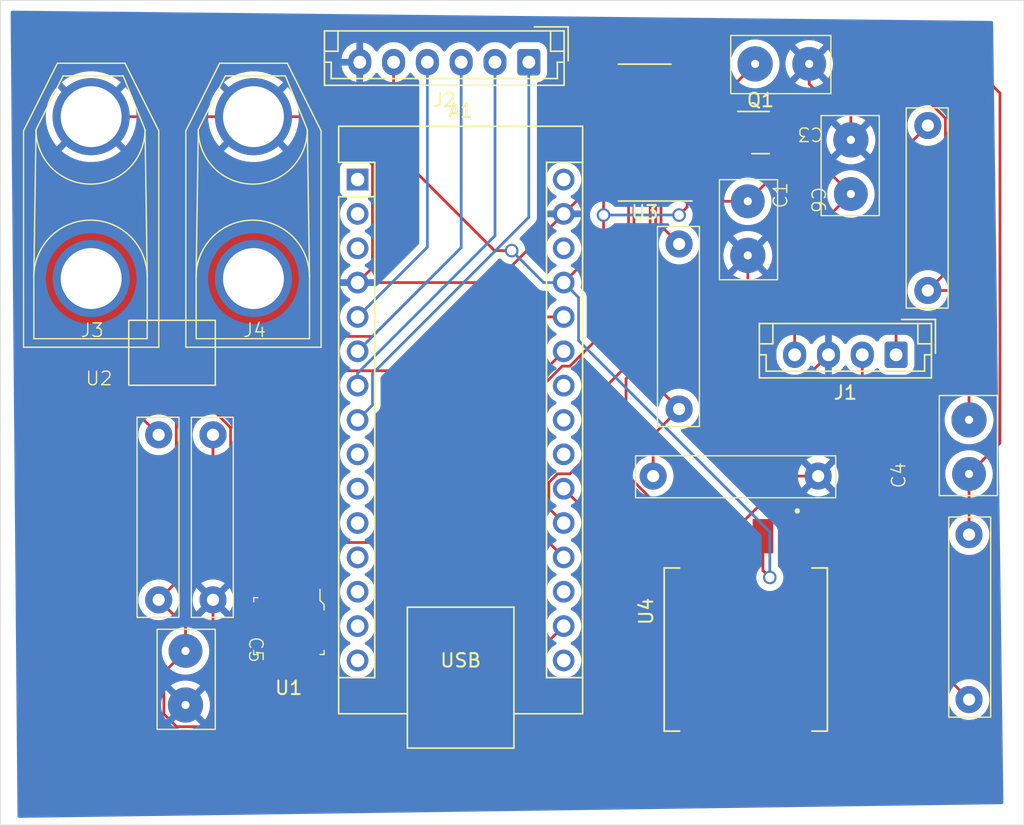
<source format=kicad_pcb>
(kicad_pcb (version 20221018) (generator pcbnew)
  (layers (0 "F.Cu" signal) (31 "B.Cu" signal) (34 "B.Paste" user) (35 "F.Paste" user) (36 "B.SilkS" user "B.Silkscreen") (37 "F.SilkS" user "F.Silkscreen") (38 "B.Mask" user) (39 "F.Mask" user) (44 "Edge.Cuts" user))
  (net 0 "")
  (net 1 "Net-(A1-+5V)")
  (net 2 "Net-(J1-Pin_4)")
  (net 3 "Net-(U3-VFB)")
  (net 4 "GND")
  (net 5 "Net-(U3-VBG)")
  (net 6 "Net-(U3-INA-)")
  (net 7 "Net-(U3-INA+)")
  (net 8 "Net-(A1-A1)")
  (net 9 "Net-(A1-A0)")
  (net 12 "Net-(A1-A6)")
  (net 31 "Net-(A1-A7)")
  (net 34 "Net-(J3-Pos)")
  (net 35 "Net-(J4-Pos)")
  (net 37 "Net-(U1-+)")
  (net 38 "Net-(A1-3V3)")
  (net 39 "Net-(A1-A2)")
  (net 40 "Net-(J1-Pin_2)")
  (net 41 "Net-(J1-Pin_1)")
  (net 42 "Net-(Q1-B)")
  (net 43 "Net-(A1-D2)")
  (net 44 "Net-(A1-D3)")
  (net 45 "Net-(A1-D4)")
  (net 46 "Net-(A1-D5)")
  (footprint "Userlib:Capacitor_4mm_diam_.6mm_pin" (layer "F.Cu") (at 167.132 104.648 90)
    (fp_text reference "C4" (at -2.1 -5.2 90 unlocked) (layer "F.SilkS") (effects (font (thickness 0.1))))
    (fp_text value "1u")
    (fp_rect (start -3.6 -2.2) (end 3.8 2.1) (stroke (width 0.1)) (fill none) (layer "F.SilkS"))
    (pad "1" thru_hole circle (at -2 0 90) (size 2.5 2.5) (drill 0.6) (layers "*.Cu" "*.Mask") (net 6 "Net-(U3-INA-)"))
    (pad "2" thru_hole circle (at 2 0 90) (size 2.6 2.6) (drill 0.6) (layers "*.Cu" "*.Mask") (net 7 "Net-(U3-INA+)"))
  )
  (footprint "Module:Arduino_Nano" (layer "F.Cu") (at 121.92 84.878)
    (fp_text reference "A1" (at 7.62 -5.08) (layer "F.SilkS"))
    (fp_text value "Arduino_Nano_v2.x")
    (fp_text user "USB" (at 7.62 35.56 unlocked) (layer "F.SilkS"))
    (fp_line (start -1.4 -3.94) (end -1.4 -1.27) (stroke (width 0.12)) (layer "F.SilkS"))
    (fp_line (start -1.4 1.27) (end -1.4 39.5) (stroke (width 0.12)) (layer "F.SilkS"))
    (fp_line (start -1.4 39.5) (end 3.68 39.5) (stroke (width 0.12)) (layer "F.SilkS"))
    (fp_line (start 1.27 -1.27) (end -1.4 -1.27) (stroke (width 0.12)) (layer "F.SilkS"))
    (fp_line (start 1.27 1.27) (end -1.4 1.27) (stroke (width 0.12)) (layer "F.SilkS"))
    (fp_line (start 1.27 1.27) (end 1.27 -1.27) (stroke (width 0.12)) (layer "F.SilkS"))
    (fp_line (start 1.27 1.27) (end 1.27 36.83) (stroke (width 0.12)) (layer "F.SilkS"))
    (fp_line (start 1.27 36.83) (end -1.4 36.83) (stroke (width 0.12)) (layer "F.SilkS"))
    (fp_line (start 3.68 31.62) (end 11.56 31.62) (stroke (width 0.12)) (layer "F.SilkS"))
    (fp_line (start 3.68 42.04) (end 3.68 31.62) (stroke (width 0.12)) (layer "F.SilkS"))
    (fp_line (start 11.56 31.62) (end 11.56 42.04) (stroke (width 0.12)) (layer "F.SilkS"))
    (fp_line (start 11.56 42.04) (end 3.68 42.04) (stroke (width 0.12)) (layer "F.SilkS"))
    (fp_line (start 13.97 -1.27) (end 13.97 36.83) (stroke (width 0.12)) (layer "F.SilkS"))
    (fp_line (start 13.97 -1.27) (end 16.64 -1.27) (stroke (width 0.12)) (layer "F.SilkS"))
    (fp_line (start 13.97 36.83) (end 16.64 36.83) (stroke (width 0.12)) (layer "F.SilkS"))
    (fp_line (start 16.64 -3.94) (end -1.4 -3.94) (stroke (width 0.12)) (layer "F.SilkS"))
    (fp_line (start 16.64 39.5) (end 11.56 39.5) (stroke (width 0.12)) (layer "F.SilkS"))
    (fp_line (start 16.64 39.5) (end 16.64 -3.94) (stroke (width 0.12)) (layer "F.SilkS"))
    (pad "1" thru_hole rect (at 0 0) (size 1.6 1.6) (drill 1) (layers "*.Cu" "*.Mask"))
    (pad "2" thru_hole oval (at 0 2.54) (size 1.6 1.6) (drill 1) (layers "*.Cu" "*.Mask"))
    (pad "3" thru_hole oval (at 0 5.08) (size 1.6 1.6) (drill 1) (layers "*.Cu" "*.Mask"))
    (pad "4" thru_hole oval (at 0 7.62) (size 1.6 1.6) (drill 1) (layers "*.Cu" "*.Mask") (net 4 "GND"))
    (pad "5" thru_hole oval (at 0 10.16) (size 1.6 1.6) (drill 1) (layers "*.Cu" "*.Mask") (net 43 "Net-(A1-D2)"))
    (pad "6" thru_hole oval (at 0 12.7) (size 1.6 1.6) (drill 1) (layers "*.Cu" "*.Mask") (net 44 "Net-(A1-D3)"))
    (pad "7" thru_hole oval (at 0 15.24) (size 1.6 1.6) (drill 1) (layers "*.Cu" "*.Mask") (net 45 "Net-(A1-D4)"))
    (pad "8" thru_hole oval (at 0 17.78) (size 1.6 1.6) (drill 1) (layers "*.Cu" "*.Mask") (net 46 "Net-(A1-D5)"))
    (pad "9" thru_hole oval (at 0 20.32) (size 1.6 1.6) (drill 1) (layers "*.Cu" "*.Mask"))
    (pad "10" thru_hole oval (at 0 22.86) (size 1.6 1.6) (drill 1) (layers "*.Cu" "*.Mask"))
    (pad "11" thru_hole oval (at 0 25.4) (size 1.6 1.6) (drill 1) (layers "*.Cu" "*.Mask"))
    (pad "12" thru_hole oval (at 0 27.94) (size 1.6 1.6) (drill 1) (layers "*.Cu" "*.Mask"))
    (pad "13" thru_hole oval (at 0 30.48) (size 1.6 1.6) (drill 1) (layers "*.Cu" "*.Mask"))
    (pad "14" thru_hole oval (at 0 33.02) (size 1.6 1.6) (drill 1) (layers "*.Cu" "*.Mask"))
    (pad "15" thru_hole oval (at 0 35.56) (size 1.6 1.6) (drill 1) (layers "*.Cu" "*.Mask"))
    (pad "16" thru_hole oval (at 15.24 35.56) (size 1.6 1.6) (drill 1) (layers "*.Cu" "*.Mask"))
    (pad "17" thru_hole oval (at 15.24 33.02) (size 1.6 1.6) (drill 1) (layers "*.Cu" "*.Mask") (net 38 "Net-(A1-3V3)"))
    (pad "18" thru_hole oval (at 15.24 30.48) (size 1.6 1.6) (drill 1) (layers "*.Cu" "*.Mask"))
    (pad "19" thru_hole oval (at 15.24 27.94) (size 1.6 1.6) (drill 1) (layers "*.Cu" "*.Mask") (net 9 "Net-(A1-A0)"))
    (pad "20" thru_hole oval (at 15.24 25.4) (size 1.6 1.6) (drill 1) (layers "*.Cu" "*.Mask") (net 8 "Net-(A1-A1)"))
    (pad "21" thru_hole oval (at 15.24 22.86) (size 1.6 1.6) (drill 1) (layers "*.Cu" "*.Mask") (net 39 "Net-(A1-A2)"))
    (pad "22" thru_hole oval (at 15.24 20.32) (size 1.6 1.6) (drill 1) (layers "*.Cu" "*.Mask"))
    (pad "23" thru_hole oval (at 15.24 17.78) (size 1.6 1.6) (drill 1) (layers "*.Cu" "*.Mask"))
    (pad "24" thru_hole oval (at 15.24 15.24) (size 1.6 1.6) (drill 1) (layers "*.Cu" "*.Mask"))
    (pad "25" thru_hole oval (at 15.24 12.7) (size 1.6 1.6) (drill 1) (layers "*.Cu" "*.Mask") (net 12 "Net-(A1-A6)"))
    (pad "26" thru_hole oval (at 15.24 10.16) (size 1.6 1.6) (drill 1) (layers "*.Cu" "*.Mask") (net 31 "Net-(A1-A7)"))
    (pad "27" thru_hole oval (at 15.24 7.62) (size 1.6 1.6) (drill 1) (layers "*.Cu" "*.Mask") (net 1 "Net-(A1-+5V)"))
    (pad "28" thru_hole oval (at 15.24 5.08) (size 1.6 1.6) (drill 1) (layers "*.Cu" "*.Mask"))
    (pad "29" thru_hole oval (at 15.24 2.54) (size 1.6 1.6) (drill 1) (layers "*.Cu" "*.Mask") (net 4 "GND"))
    (pad "30" thru_hole oval (at 15.24 0) (size 1.6 1.6) (drill 1) (layers "*.Cu" "*.Mask"))
  )
  (footprint "digikey-footprints:SOIC-8_W3.9mm" (layer "F.Cu") (at 116.84 117.898 180)
    (fp_text reference "U1" (at 0.01778 -4.56946) (layer "F.SilkS"))
    (fp_text value "LM741")
    (fp_line (start -2.6 -2.1) (end -2.6 -1.8) (stroke (width 0.1)) (layer "F.SilkS"))
    (fp_line (start -2.6 1.2) (end -2.6 1.6) (stroke (width 0.1)) (layer "F.SilkS"))
    (fp_line (start -2.6 1.6) (end -2.3 1.9) (stroke (width 0.1)) (layer "F.SilkS"))
    (fp_line (start -2.3 -2.1) (end -2.6 -2.1) (stroke (width 0.1)) (layer "F.SilkS"))
    (fp_line (start -2.3 1.9) (end -2.3 2.7) (stroke (width 0.1)) (layer "F.SilkS"))
    (fp_line (start 2.3 -2.1) (end 2.6 -2.1) (stroke (width 0.1)) (layer "F.SilkS"))
    (fp_line (start 2.3 2.1) (end 2.6 2.1) (stroke (width 0.1)) (layer "F.SilkS"))
    (fp_line (start 2.6 -2.1) (end 2.6 -1.8) (stroke (width 0.1)) (layer "F.SilkS"))
    (fp_line (start 2.6 2.1) (end 2.6 1.8) (stroke (width 0.1)) (layer "F.SilkS"))
    (pad "1" smd rect (at -1.905 2.45 180) (size 0.6 2) (layers "F.Cu" "F.Paste" "F.Mask"))
    (pad "2" smd rect (at -0.635 2.45 180) (size 0.6 2) (layers "F.Cu" "F.Paste" "F.Mask") (net 12 "Net-(A1-A6)"))
    (pad "3" smd rect (at 0.635 2.45 180) (size 0.6 2) (layers "F.Cu" "F.Paste" "F.Mask") (net 37 "Net-(U1-+)"))
    (pad "4" smd rect (at 1.905 2.45 180) (size 0.6 2) (layers "F.Cu" "F.Paste" "F.Mask"))
    (pad "5" smd rect (at 1.905 -2.45 180) (size 0.6 2) (layers "F.Cu" "F.Paste" "F.Mask"))
    (pad "6" smd rect (at 0.635 -2.45 180) (size 0.6 2) (layers "F.Cu" "F.Paste" "F.Mask") (net 12 "Net-(A1-A6)"))
    (pad "7" smd rect (at -0.635 -2.45 180) (size 0.6 2) (layers "F.Cu" "F.Paste" "F.Mask"))
    (pad "8" smd rect (at -1.905 -2.45 180) (size 0.6 2) (layers "F.Cu" "F.Paste" "F.Mask"))
  )
  (footprint "Userlib:XT90_-F" (layer "F.Cu") (at 102.3 96.52)
    (fp_text reference "J3" (at 0 -0.5 unlocked) (layer "F.SilkS") (effects (font (thickness 0.1))))
    (fp_text value "XT90PW-F")
    (fp_line (start -5.08 -15.24) (end -2.58 -20.24) (stroke (width 0.1)) (layer "F.SilkS"))
    (fp_line (start -5.08 0.76) (end -5.08 -15.24) (stroke (width 0.1)) (layer "F.SilkS"))
    (fp_line (start -4.318 0.127) (end -4.319923 -4.445) (stroke (width 0.1)) (layer "F.SilkS"))
    (fp_line (start -4.158 -15.334) (end -4.319923 -4.445) (stroke (width 0.1)) (layer "F.SilkS"))
    (fp_line (start -4.158 -15.334) (end -2.159 -19.304) (stroke (width 0.1)) (layer "F.SilkS"))
    (fp_line (start -2.58 -20.24) (end 2.42 -20.24) (stroke (width 0.1)) (layer "F.SilkS"))
    (fp_line (start -2.159 -19.304) (end 2.286 -19.304) (stroke (width 0.1)) (layer "F.SilkS"))
    (fp_line (start 2.286 -19.304) (end 3.904 -15.334) (stroke (width 0.1)) (layer "F.SilkS"))
    (fp_line (start 2.42 -20.24) (end 4.92 -15.24) (stroke (width 0.1)) (layer "F.SilkS"))
    (fp_line (start 3.904 -15.334) (end 4.065923 -4.445) (stroke (width 0.1)) (layer "F.SilkS"))
    (fp_line (start 4.064 0.127) (end -4.318 0.127) (stroke (width 0.1)) (layer "F.SilkS"))
    (fp_line (start 4.065923 -4.445) (end 4.064 0.127) (stroke (width 0.1)) (layer "F.SilkS"))
    (fp_line (start 4.92 -15.24) (end 4.92 0.76) (stroke (width 0.1)) (layer "F.SilkS"))
    (fp_line (start 4.92 0.76) (end -5.08 0.76) (stroke (width 0.1)) (layer "F.SilkS"))
    (fp_arc (start -4.319923 -4.445) (mid -0.127 -8.637923) (end 4.065923 -4.445) (stroke (width 0.1)) (layer "F.SilkS"))
    (fp_arc (start 3.904 -15.334) (mid -0.127 -11.303) (end -4.158 -15.334) (stroke (width 0.1)) (layer "F.SilkS"))
    (pad "1" thru_hole circle (at -0.08 -4.32) (size 5.7 5.7) (drill 4.5) (layers "*.Cu" "*.Mask") (net 34 "Net-(J3-Pos)"))
    (pad "1" smd custom (at -0.08 -4.32) (size 11 9) (layers "F.Cu" "F.Paste" "F.Mask") (net 34 "Net-(J3-Pos)") (options (clearance outline) (anchor rect)) (primitives))
    (pad "2" thru_hole circle (at -0.08 -16.29) (size 5.7 5.7) (drill 4.5) (layers "*.Cu" "*.Mask") (net 4 "GND"))
  )
  (footprint "Userlib:R_1watt" (layer "F.Cu") (at 150.774396 106.807 180)
    (fp_text reference "R6" hide)
    (fp_text value "7500" hide)
    (fp_rect (start -6.5 -1.6) (end 8.3 1.5) (stroke (width 0.1)) (fill none) (layer "F.SilkS"))
    (pad "1" thru_hole circle (at 7 0 180) (size 2 2) (drill 0.9) (layers "*.Cu" "*.Mask") (net 3 "Net-(U3-VFB)"))
    (pad "2" thru_hole circle (at -5.2 0 180) (size 2 2) (drill 0.9) (layers "*.Cu" "*.Mask") (net 4 "GND"))
  )
  (footprint "Userlib:XDCR_MPXV7002DP" (layer "F.Cu") (at 150.622 119.632 -90)
    (fp_text reference "U4" (at -2.825 7.365 90) (layer "F.SilkS"))
    (fp_text value "MPXV7002DP")
    (fp_line (start -6.0325 -6.0325) (end 6.0325 -6.0325) (stroke (width 0.127)) (layer "F.SilkS"))
    (fp_line (start -6.0325 6.0325) (end 6.0325 6.0325) (stroke (width 0.127)) (layer "F.SilkS"))
    (fp_line (start -6.03 -4.89) (end -6.0325 -6.0325) (stroke (width 0.127)) (layer "F.SilkS"))
    (fp_line (start -6.03 4.89) (end -6.0325 6.0325) (stroke (width 0.127)) (layer "F.SilkS"))
    (fp_line (start 6.0325 -6.0325) (end 6.03 -4.89) (stroke (width 0.127)) (layer "F.SilkS"))
    (fp_line (start 6.0325 6.0325) (end 6.03 4.89) (stroke (width 0.127)) (layer "F.SilkS"))
    (fp_circle (center -10.25 -3.81) (end -10.15 -3.81) (stroke (width 0.2)) (fill none) (layer "F.SilkS"))
    (pad "1" smd rect (at -8.38 -3.81 270) (size 2.54 1.52) (layers "F.Cu" "F.Paste" "F.Mask"))
    (pad "2" smd rect (at -8.38 -1.27 270) (size 2.54 1.52) (layers "F.Cu" "F.Paste" "F.Mask") (net 1 "Net-(A1-+5V)"))
    (pad "3" smd rect (at -8.38 1.27 270) (size 2.54 1.52) (layers "F.Cu" "F.Paste" "F.Mask") (net 4 "GND"))
    (pad "4" smd rect (at -8.38 3.81 270) (size 2.54 1.52) (layers "F.Cu" "F.Paste" "F.Mask") (net 39 "Net-(A1-A2)"))
    (pad "5" smd rect (at 8.38 3.81 270) (size 2.54 1.52) (layers "F.Cu" "F.Paste" "F.Mask"))
    (pad "6" smd rect (at 8.38 1.27 270) (size 2.54 1.52) (layers "F.Cu" "F.Paste" "F.Mask"))
    (pad "7" smd rect (at 8.38 -1.27 270) (size 2.54 1.52) (layers "F.Cu" "F.Paste" "F.Mask"))
    (pad "8" smd rect (at 8.38 -3.81 270) (size 2.54 1.52) (layers "F.Cu" "F.Paste" "F.Mask"))
  )
  (footprint "Connector_JST:JST_EH_B4B-EH-A_1x04_P2.50mm_Vertical" (layer "F.Cu") (at 161.738 97.836 180)
    (fp_text reference "J1" (at 3.75 -2.8) (layer "F.SilkS"))
    (fp_text value "Conn_01x04_Pin")
    (fp_line (start -2.91 0.11) (end -2.91 2.61) (stroke (width 0.12)) (layer "F.SilkS"))
    (fp_line (start -2.91 2.61) (end -0.41 2.61) (stroke (width 0.12)) (layer "F.SilkS"))
    (fp_line (start -2.61 -1.71) (end -2.61 2.31) (stroke (width 0.12)) (layer "F.SilkS"))
    (fp_line (start -2.61 0) (end -2.11 0) (stroke (width 0.12)) (layer "F.SilkS"))
    (fp_line (start -2.61 0.81) (end -1.61 0.81) (stroke (width 0.12)) (layer "F.SilkS"))
    (fp_line (start -2.61 2.31) (end 10.11 2.31) (stroke (width 0.12)) (layer "F.SilkS"))
    (fp_line (start -2.11 -1.21) (end 9.61 -1.21) (stroke (width 0.12)) (layer "F.SilkS"))
    (fp_line (start -2.11 0) (end -2.11 -1.21) (stroke (width 0.12)) (layer "F.SilkS"))
    (fp_line (start -1.61 0.81) (end -1.61 2.31) (stroke (width 0.12)) (layer "F.SilkS"))
    (fp_line (start 9.11 0.81) (end 9.11 2.31) (stroke (width 0.12)) (layer "F.SilkS"))
    (fp_line (start 9.61 -1.21) (end 9.61 0) (stroke (width 0.12)) (layer "F.SilkS"))
    (fp_line (start 9.61 0) (end 10.11 0) (stroke (width 0.12)) (layer "F.SilkS"))
    (fp_line (start 10.11 -1.71) (end -2.61 -1.71) (stroke (width 0.12)) (layer "F.SilkS"))
    (fp_line (start 10.11 0.81) (end 9.11 0.81) (stroke (width 0.12)) (layer "F.SilkS"))
    (fp_line (start 10.11 2.31) (end 10.11 -1.71) (stroke (width 0.12)) (layer "F.SilkS"))
    (pad "1" thru_hole roundrect (at 0 0 180) (size 1.7 1.95) (drill 0.95) (layers "*.Cu" "*.Mask") (roundrect_rratio 0.147059) (net 41 "Net-(J1-Pin_1)"))
    (pad "2" thru_hole oval (at 2.5 0 180) (size 1.7 1.95) (drill 0.95) (layers "*.Cu" "*.Mask") (net 40 "Net-(J1-Pin_2)"))
    (pad "3" thru_hole oval (at 5 0 180) (size 1.7 1.95) (drill 0.95) (layers "*.Cu" "*.Mask") (net 4 "GND"))
    (pad "4" thru_hole oval (at 7.5 0 180) (size 1.7 1.95) (drill 0.95) (layers "*.Cu" "*.Mask") (net 2 "Net-(J1-Pin_4)"))
  )
  (footprint "Userlib:Capacitor_4mm_diam_.6mm_pin" (layer "F.Cu") (at 158.394396 83.947 90)
    (fp_text reference "C1" (at -2.1 -5.2 90 unlocked) (layer "F.SilkS") (effects (font (thickness 0.1))))
    (fp_text value "10u")
    (fp_rect (start -3.6 -2.2) (end 3.8 2.1) (stroke (width 0.1)) (fill none) (layer "F.SilkS"))
    (pad "1" thru_hole circle (at -2 0 90) (size 2.5 2.5) (drill 0.6) (layers "*.Cu" "*.Mask") (net 2 "Net-(J1-Pin_4)"))
    (pad "2" thru_hole circle (at 2 0 90) (size 2.6 2.6) (drill 0.6) (layers "*.Cu" "*.Mask") (net 4 "GND"))
  )
  (footprint "Userlib:ACS781LLRTR-100U-T" (layer "F.Cu") (at 105.004 100.09)
    (fp_text reference "U2" (at -2.2 -0.5 unlocked) (layer "F.SilkS") (effects (font (thickness 0.1))))
    (fp_text value "~")
    (fp_rect (start 0 0) (end 6.4 -4.8) (stroke (width 0.1)) (fill none) (layer "F.SilkS"))
    (fp_rect (start 0 0) (end 6.4 -4.8) (stroke (width 0.1)) (fill none) (layer "F.SilkS"))
    (pad "1" smd roundrect (at 1.7 0.1) (size 0.75 1.6) (layers "F.Cu" "F.Paste" "F.Mask") (net 38 "Net-(A1-3V3)"))
    (pad "2" smd roundrect (at 3.3 0.1) (size 0.75 1.6) (layers "F.Cu" "F.Paste" "F.Mask") (net 4 "GND"))
    (pad "3" smd roundrect (at 4.9 0.1) (size 0.75 1.6) (layers "F.Cu" "F.Paste" "F.Mask") (net 31 "Net-(A1-A7)"))
    (pad "4" smd roundrect (at 6 -2.2) (size 1.4 0.75) (layers "F.Cu" "F.Paste" "F.Mask") (net 4 "GND"))
    (pad "5" smd roundrect (at 4.7 -4.65) (size 1.8 1.7) (layers "F.Cu" "F.Paste" "F.Mask") (net 35 "Net-(J4-Pos)"))
    (pad "6" smd roundrect (at 1.7 -4.65) (size 1.8 1.7) (layers "F.Cu" "F.Paste" "F.Mask") (net 34 "Net-(J3-Pos)"))
    (pad "7" smd roundrect (at 0.4 -2.2) (size 1.4 0.75) (layers "F.Cu" "F.Paste" "F.Mask") (net 4 "GND"))
  )
  (footprint "Userlib:R_1watt" (layer "F.Cu") (at 145.694396 96.647 90)
    (fp_text reference "R5" hide)
    (fp_text value "20000" hide)
    (fp_rect (start -6.5 -1.6) (end 8.3 1.5) (stroke (width 0.1)) (fill none) (layer "F.SilkS"))
    (pad "1" thru_hole circle (at 7 0 90) (size 2 2) (drill 0.9) (layers "*.Cu" "*.Mask") (net 2 "Net-(J1-Pin_4)"))
    (pad "2" thru_hole circle (at -5.2 0 90) (size 2 2) (drill 0.9) (layers "*.Cu" "*.Mask") (net 3 "Net-(U3-VFB)"))
  )
  (footprint "Package_TO_SOT_SMD:SOT-23" (layer "F.Cu") (at 151.711896 81.407)
    (fp_text reference "Q1" (at 0 -2.4) (layer "F.SilkS"))
    (fp_text value "S8550 2TY DNP SOT-23 SMD 0.5A 40V")
    (fp_line (start 0 -1.56) (end -1.675 -1.56) (stroke (width 0.12)) (layer "F.SilkS"))
    (fp_line (start 0 -1.56) (end 0.65 -1.56) (stroke (width 0.12)) (layer "F.SilkS"))
    (fp_line (start 0 1.56) (end -0.65 1.56) (stroke (width 0.12)) (layer "F.SilkS"))
    (fp_line (start 0 1.56) (end 0.65 1.56) (stroke (width 0.12)) (layer "F.SilkS"))
    (pad "1" smd roundrect (at -0.9375 -0.95) (size 1.475 0.6) (layers "F.Cu" "F.Paste" "F.Mask") (net 2 "Net-(J1-Pin_4)"))
    (pad "2" smd roundrect (at -0.9375 0.95) (size 1.475 0.6) (layers "F.Cu" "F.Paste" "F.Mask") (net 42 "Net-(Q1-B)"))
    (pad "3" smd roundrect (at 0.9375 0) (size 1.475 0.6) (layers "F.Cu" "F.Paste" "F.Mask") (net 1 "Net-(A1-+5V)"))
  )
  (footprint "Userlib:R_1watt" (layer "F.Cu") (at 107.213 110.755 90)
    (fp_text reference "R2" hide)
    (fp_text value "30000" hide)
    (fp_rect (start -6.5 -1.6) (end 8.3 1.5) (stroke (width 0.1)) (fill none) (layer "F.SilkS"))
    (pad "1" thru_hole circle (at 7 0 90) (size 2 2) (drill 0.9) (layers "*.Cu" "*.Mask") (net 35 "Net-(J4-Pos)"))
    (pad "2" thru_hole circle (at -5.2 0 90) (size 2 2) (drill 0.9) (layers "*.Cu" "*.Mask") (net 37 "Net-(U1-+)"))
  )
  (footprint "Userlib:Capacitor_4mm_diam_.6mm_pin" (layer "F.Cu") (at 109.195 121.733 -90)
    (fp_text reference "C5" (at -2.1 -5.2 -90 unlocked) (layer "F.SilkS") (effects (font (thickness 0.1))))
    (fp_text value "10n")
    (fp_rect (start -3.6 -2.2) (end 3.8 2.1) (stroke (width 0.1)) (fill none) (layer "F.SilkS"))
    (pad "1" thru_hole circle (at -2 0 270) (size 2.5 2.5) (drill 0.6) (layers "*.Cu" "*.Mask") (net 37 "Net-(U1-+)"))
    (pad "2" thru_hole circle (at 2 0 270) (size 2.6 2.6) (drill 0.6) (layers "*.Cu" "*.Mask") (net 4 "GND"))
  )
  (footprint "Package_SO:SOP-16_3.9x9.9mm_P1.27mm" (layer "F.Cu") (at 143.154396 81.407 180)
    (fp_text reference "U3" (at 0 -5.9) (layer "F.SilkS"))
    (fp_text value "HX711")
    (fp_line (start 0 -5.06) (end -3.5 -5.06) (stroke (width 0.12)) (layer "F.SilkS"))
    (fp_line (start 0 -5.06) (end 1.95 -5.06) (stroke (width 0.12)) (layer "F.SilkS"))
    (fp_line (start 0 5.06) (end -1.95 5.06) (stroke (width 0.12)) (layer "F.SilkS"))
    (fp_line (start 0 5.06) (end 1.95 5.06) (stroke (width 0.12)) (layer "F.SilkS"))
    (pad "1" smd roundrect (at -2.5 -4.445 180) (size 2 0.6) (layers "F.Cu" "F.Paste" "F.Mask") (net 1 "Net-(A1-+5V)"))
    (pad "2" smd roundrect (at -2.5 -3.175 180) (size 2 0.6) (layers "F.Cu" "F.Paste" "F.Mask") (net 42 "Net-(Q1-B)"))
    (pad "3" smd roundrect (at -2.5 -1.905 180) (size 2 0.6) (layers "F.Cu" "F.Paste" "F.Mask") (net 2 "Net-(J1-Pin_4)"))
    (pad "4" smd roundrect (at -2.5 -0.635 180) (size 2 0.6) (layers "F.Cu" "F.Paste" "F.Mask") (net 3 "Net-(U3-VFB)"))
    (pad "5" smd roundrect (at -2.5 0.635 180) (size 2 0.6) (layers "F.Cu" "F.Paste" "F.Mask") (net 4 "GND"))
    (pad "6" smd roundrect (at -2.5 1.905 180) (size 2 0.6) (layers "F.Cu" "F.Paste" "F.Mask") (net 5 "Net-(U3-VBG)"))
    (pad "7" smd roundrect (at -2.5 3.175 180) (size 2 0.6) (layers "F.Cu" "F.Paste" "F.Mask") (net 6 "Net-(U3-INA-)"))
    (pad "8" smd roundrect (at -2.5 4.445 180) (size 2 0.6) (layers "F.Cu" "F.Paste" "F.Mask") (net 7 "Net-(U3-INA+)"))
    (pad "9" smd roundrect (at 2.5 4.445 180) (size 2 0.6) (layers "F.Cu" "F.Paste" "F.Mask") (net 4 "GND"))
    (pad "10" smd roundrect (at 2.5 3.175 180) (size 2 0.6) (layers "F.Cu" "F.Paste" "F.Mask") (net 4 "GND"))
    (pad "11" smd roundrect (at 2.5 1.905 180) (size 2 0.6) (layers "F.Cu" "F.Paste" "F.Mask") (net 8 "Net-(A1-A1)"))
    (pad "12" smd roundrect (at 2.5 0.635 180) (size 2 0.6) (layers "F.Cu" "F.Paste" "F.Mask") (net 9 "Net-(A1-A0)"))
    (pad "13" smd roundrect (at 2.5 -0.635 180) (size 2 0.6) (layers "F.Cu" "F.Paste" "F.Mask"))
    (pad "14" smd roundrect (at 2.5 -1.905 180) (size 2 0.6) (layers "F.Cu" "F.Paste" "F.Mask") (net 4 "GND"))
    (pad "15" smd roundrect (at 2.5 -3.175 180) (size 2 0.6) (layers "F.Cu" "F.Paste" "F.Mask") (net 4 "GND"))
    (pad "16" smd roundrect (at 2.5 -4.445 180) (size 2 0.6) (layers "F.Cu" "F.Paste" "F.Mask") (net 1 "Net-(A1-+5V)"))
  )
  (footprint "Userlib:XT90_-F" (layer "F.Cu") (at 114.3 96.52)
    (fp_text reference "J4" (at 0 -0.5 unlocked) (layer "F.SilkS") (effects (font (thickness 0.1))))
    (fp_text value "XT90PW-F")
    (fp_line (start -5.08 -15.24) (end -2.58 -20.24) (stroke (width 0.1)) (layer "F.SilkS"))
    (fp_line (start -5.08 0.76) (end -5.08 -15.24) (stroke (width 0.1)) (layer "F.SilkS"))
    (fp_line (start -4.318 0.127) (end -4.319923 -4.445) (stroke (width 0.1)) (layer "F.SilkS"))
    (fp_line (start -4.158 -15.334) (end -4.319923 -4.445) (stroke (width 0.1)) (layer "F.SilkS"))
    (fp_line (start -4.158 -15.334) (end -2.159 -19.304) (stroke (width 0.1)) (layer "F.SilkS"))
    (fp_line (start -2.58 -20.24) (end 2.42 -20.24) (stroke (width 0.1)) (layer "F.SilkS"))
    (fp_line (start -2.159 -19.304) (end 2.286 -19.304) (stroke (width 0.1)) (layer "F.SilkS"))
    (fp_line (start 2.286 -19.304) (end 3.904 -15.334) (stroke (width 0.1)) (layer "F.SilkS"))
    (fp_line (start 2.42 -20.24) (end 4.92 -15.24) (stroke (width 0.1)) (layer "F.SilkS"))
    (fp_line (start 3.904 -15.334) (end 4.065923 -4.445) (stroke (width 0.1)) (layer "F.SilkS"))
    (fp_line (start 4.064 0.127) (end -4.318 0.127) (stroke (width 0.1)) (layer "F.SilkS"))
    (fp_line (start 4.065923 -4.445) (end 4.064 0.127) (stroke (width 0.1)) (layer "F.SilkS"))
    (fp_line (start 4.92 -15.24) (end 4.92 0.76) (stroke (width 0.1)) (layer "F.SilkS"))
    (fp_line (start 4.92 0.76) (end -5.08 0.76) (stroke (width 0.1)) (layer "F.SilkS"))
    (fp_arc (start -4.319923 -4.445) (mid -0.127 -8.637923) (end 4.065923 -4.445) (stroke (width 0.1)) (layer "F.SilkS"))
    (fp_arc (start 3.904 -15.334) (mid -0.127 -11.303) (end -4.158 -15.334) (stroke (width 0.1)) (layer "F.SilkS"))
    (pad "1" thru_hole circle (at -0.08 -4.32) (size 5.7 5.7) (drill 4.5) (layers "*.Cu" "*.Mask") (net 35 "Net-(J4-Pos)"))
    (pad "1" smd custom (at -0.08 -4.32) (size 11 9) (layers "F.Cu" "F.Paste" "F.Mask") (net 35 "Net-(J4-Pos)") (options (clearance outline) (anchor rect)) (primitives))
    (pad "2" thru_hole circle (at -0.08 -16.29) (size 5.7 5.7) (drill 4.5) (layers "*.Cu" "*.Mask") (net 4 "GND"))
  )
  (footprint "Userlib:Capacitor_4mm_diam_.6mm_pin" (layer "F.Cu") (at 153.314396 76.327 180)
    (fp_text reference "C3" (at -2.1 -5.2 180 unlocked) (layer "F.SilkS") (effects (font (thickness 0.1))))
    (fp_text value "1u")
    (fp_rect (start -3.6 -2.2) (end 3.8 2.1) (stroke (width 0.1)) (fill none) (layer "F.SilkS"))
    (pad "1" thru_hole circle (at -2 0 180) (size 2.5 2.5) (drill 0.6) (layers "*.Cu" "*.Mask") (net 4 "GND"))
    (pad "2" thru_hole circle (at 2 0 180) (size 2.6 2.6) (drill 0.6) (layers "*.Cu" "*.Mask") (net 5 "Net-(U3-VBG)"))
  )
  (footprint "Userlib:R_1watt" (layer "F.Cu") (at 167.132 116.332 -90)
    (fp_text reference "R1" hide)
    (fp_text value "100" hide)
    (fp_rect (start -6.5 -1.6) (end 8.3 1.5) (stroke (width 0.1)) (fill none) (layer "F.SilkS"))
    (pad "1" thru_hole circle (at 7 0 270) (size 2 2) (drill 0.9) (layers "*.Cu" "*.Mask") (net 40 "Net-(J1-Pin_2)"))
    (pad "2" thru_hole circle (at -5.2 0 270) (size 2 2) (drill 0.9) (layers "*.Cu" "*.Mask") (net 6 "Net-(U3-INA-)"))
  )
  (footprint "Connector_JST:JST_EH_B6B-EH-A_1x06_P2.50mm_Vertical" (layer "F.Cu") (at 134.58 76.2 180)
    (fp_text reference "J2" (at 6.25 -2.8) (layer "F.SilkS"))
    (fp_text value "Conn_01x06")
    (fp_line (start -2.91 0.11) (end -2.91 2.61) (stroke (width 0.12)) (layer "F.SilkS"))
    (fp_line (start -2.91 2.61) (end -0.41 2.61) (stroke (width 0.12)) (layer "F.SilkS"))
    (fp_line (start -2.61 -1.71) (end -2.61 2.31) (stroke (width 0.12)) (layer "F.SilkS"))
    (fp_line (start -2.61 0) (end -2.11 0) (stroke (width 0.12)) (layer "F.SilkS"))
    (fp_line (start -2.61 0.81) (end -1.61 0.81) (stroke (width 0.12)) (layer "F.SilkS"))
    (fp_line (start -2.61 2.31) (end 15.11 2.31) (stroke (width 0.12)) (layer "F.SilkS"))
    (fp_line (start -2.11 -1.21) (end 14.61 -1.21) (stroke (width 0.12)) (layer "F.SilkS"))
    (fp_line (start -2.11 0) (end -2.11 -1.21) (stroke (width 0.12)) (layer "F.SilkS"))
    (fp_line (start -1.61 0.81) (end -1.61 2.31) (stroke (width 0.12)) (layer "F.SilkS"))
    (fp_line (start 14.11 0.81) (end 14.11 2.31) (stroke (width 0.12)) (layer "F.SilkS"))
    (fp_line (start 14.61 -1.21) (end 14.61 0) (stroke (width 0.12)) (layer "F.SilkS"))
    (fp_line (start 14.61 0) (end 15.11 0) (stroke (width 0.12)) (layer "F.SilkS"))
    (fp_line (start 15.11 -1.71) (end -2.61 -1.71) (stroke (width 0.12)) (layer "F.SilkS"))
    (fp_line (start 15.11 0.81) (end 14.11 0.81) (stroke (width 0.12)) (layer "F.SilkS"))
    (fp_line (start 15.11 2.31) (end 15.11 -1.71) (stroke (width 0.12)) (layer "F.SilkS"))
    (pad "1" thru_hole roundrect (at 0 0 180) (size 1.7 1.95) (drill 0.95) (layers "*.Cu" "*.Mask") (roundrect_rratio 0.147059) (net 46 "Net-(A1-D5)"))
    (pad "2" thru_hole oval (at 2.5 0 180) (size 1.7 1.95) (drill 0.95) (layers "*.Cu" "*.Mask") (net 45 "Net-(A1-D4)"))
    (pad "3" thru_hole oval (at 5 0 180) (size 1.7 1.95) (drill 0.95) (layers "*.Cu" "*.Mask") (net 44 "Net-(A1-D3)"))
    (pad "4" thru_hole oval (at 7.5 0 180) (size 1.7 1.95) (drill 0.95) (layers "*.Cu" "*.Mask") (net 43 "Net-(A1-D2)"))
    (pad "5" thru_hole oval (at 10 0 180) (size 1.7 1.95) (drill 0.95) (layers "*.Cu" "*.Mask") (net 1 "Net-(A1-+5V)"))
    (pad "6" thru_hole oval (at 12.5 0 180) (size 1.7 1.95) (drill 0.95) (layers "*.Cu" "*.Mask") (net 4 "GND"))
  )
  (footprint "Userlib:R_1watt" (layer "F.Cu") (at 164.084 87.884 90)
    (fp_text reference "R4" hide)
    (fp_text value "100" hide)
    (fp_rect (start -6.5 -1.6) (end 8.3 1.5) (stroke (width 0.1)) (fill none) (layer "F.SilkS"))
    (pad "1" thru_hole circle (at 7 0 90) (size 2 2) (drill 0.9) (layers "*.Cu" "*.Mask") (net 41 "Net-(J1-Pin_1)"))
    (pad "2" thru_hole circle (at -5.2 0 90) (size 2 2) (drill 0.9) (layers "*.Cu" "*.Mask") (net 7 "Net-(U3-INA+)"))
  )
  (footprint "Userlib:Capacitor_4mm_diam_.6mm_pin" (layer "F.Cu") (at 150.774396 88.487 -90)
    (fp_text reference "C6" (at -2.1 -5.2 -90 unlocked) (layer "F.SilkS") (effects (font (thickness 0.1))))
    (fp_text value "10u")
    (fp_rect (start -3.6 -2.2) (end 3.8 2.1) (stroke (width 0.1)) (fill none) (layer "F.SilkS"))
    (pad "1" thru_hole circle (at -2 0 270) (size 2.5 2.5) (drill 0.6) (layers "*.Cu" "*.Mask") (net 1 "Net-(A1-+5V)"))
    (pad "2" thru_hole circle (at 2 0 270) (size 2.6 2.6) (drill 0.6) (layers "*.Cu" "*.Mask") (net 4 "GND"))
  )
  (footprint "Userlib:R_1watt" (layer "F.Cu") (at 111.227 110.755 90)
    (fp_text reference "R3" hide)
    (fp_text value "6000" hide)
    (fp_rect (start -6.5 -1.6) (end 8.3 1.5) (stroke (width 0.1)) (fill none) (layer "F.SilkS"))
    (pad "1" thru_hole circle (at 7 0 90) (size 2 2) (drill 0.9) (layers "*.Cu" "*.Mask") (net 37 "Net-(U1-+)"))
    (pad "2" thru_hole circle (at -5.2 0 90) (size 2 2) (drill 0.9) (layers "*.Cu" "*.Mask") (net 4 "GND"))
  )
  (gr_rect (start 95.504 71.628) (end 171.196 132.588) (stroke (width 0.05)) (fill none) (layer "Edge.Cuts"))
  (segment (start 146.289396 86.487) (end 150.774396 86.487) (width 0.2) (layer "F.Cu") (net 1))
  (segment (start 140.106396 87.503) (end 140.106396 89.551604) (width 0.2) (layer "F.Cu") (net 1))
  (segment (start 140.654396 85.852) (end 140.288 85.852) (width 0.2) (layer "F.Cu") (net 1))
  (segment (start 145.654396 85.852) (end 146.289396 86.487) (width 0.2) (layer "F.Cu") (net 1))
  (segment (start 146.289396 86.908) (end 146.289396 86.487) (width 0.2) (layer "F.Cu") (net 1))
  (segment (start 124.58 82.67) (end 124.58 76.2) (width 0.2) (layer "F.Cu") (net 1))
  (segment (start 140.106396 86.4) (end 140.654396 85.852) (width 0.2) (layer "F.Cu") (net 1))
  (segment (start 152.649396 81.407) (end 152.649396 84.612) (width 0.2) (layer "F.Cu") (net 1))
  (segment (start 132.043667 90.133667) (end 124.58 82.67) (width 0.2) (layer "F.Cu") (net 1))
  (segment (start 150.774396 86.487) (end 152.649396 84.612) (width 0.2) (layer "F.Cu") (net 1))
  (segment (start 140.106396 89.551604) (end 137.16 92.498) (width 0.2) (layer "F.Cu") (net 1))
  (segment (start 151.892 113.792) (end 152.4 114.3) (width 0.2) (layer "F.Cu") (net 1))
  (segment (start 151.892 111.252) (end 151.892 113.792) (width 0.2) (layer "F.Cu") (net 1))
  (segment (start 133.313667 90.133667) (end 132.043667 90.133667) (width 0.2) (layer "F.Cu") (net 1))
  (segment (start 140.106396 87.503) (end 140.106396 86.4) (width 0.2) (layer "F.Cu") (net 1))
  (segment (start 145.694396 87.503) (end 146.289396 86.908) (width 0.2) (layer "F.Cu") (net 1))
  (via (at 140.106396 87.503) (size 1) (drill 0.7) (layers "F.Cu" "B.Cu") (net 1))
  (via (at 133.313667 90.133667) (size 1) (drill 0.7) (layers "F.Cu" "B.Cu") (net 1))
  (via (at 152.4 114.3) (size 1) (drill 0.7) (layers "F.Cu" "B.Cu") (net 1))
  (via (at 145.694396 87.503) (size 1) (drill 0.7) (layers "F.Cu" "B.Cu") (net 1))
  (segment (start 138.26 96.782365) (end 138.26 93.598) (width 0.2) (layer "B.Cu") (net 1))
  (segment (start 138.26 93.598) (end 137.16 92.498) (width 0.2) (layer "B.Cu") (net 1))
  (segment (start 152.4 114.3) (end 152.4 110.922365) (width 0.2) (layer "B.Cu") (net 1))
  (segment (start 133.313667 90.133667) (end 135.678 92.498) (width 0.2) (layer "B.Cu") (net 1))
  (segment (start 140.106396 87.503) (end 145.694396 87.503) (width 0.2) (layer "B.Cu") (net 1))
  (segment (start 152.4 110.922365) (end 138.26 96.782365) (width 0.2) (layer "B.Cu") (net 1))
  (segment (start 135.678 92.498) (end 137.16 92.498) (width 0.2) (layer "B.Cu") (net 1))
  (segment (start 149.824396 80.457) (end 146.969396 83.312) (width 0.2) (layer "F.Cu") (net 2))
  (segment (start 158.394396 85.947) (end 154.238 90.103396) (width 0.2) (layer "F.Cu") (net 2))
  (segment (start 145.694396 89.647) (end 144.354396 88.307) (width 0.2) (layer "F.Cu") (net 2))
  (segment (start 145.288 83.312) (end 145.654396 83.312) (width 0.2) (layer "F.Cu") (net 2))
  (segment (start 150.774396 80.457) (end 153.888396 80.457) (width 0.2) (layer "F.Cu") (net 2))
  (segment (start 153.888396 80.457) (end 154.838396 81.407) (width 0.2) (layer "F.Cu") (net 2))
  (segment (start 154.238 90.103396) (end 154.238 97.836) (width 0.2) (layer "F.Cu") (net 2))
  (segment (start 144.354396 88.307) (end 144.354396 84.245604) (width 0.2) (layer "F.Cu") (net 2))
  (segment (start 154.838396 81.407) (end 154.838396 82.391) (width 0.2) (layer "F.Cu") (net 2))
  (segment (start 146.969396 83.312) (end 145.654396 83.312) (width 0.2) (layer "F.Cu") (net 2))
  (segment (start 154.838396 82.391) (end 158.394396 85.947) (width 0.2) (layer "F.Cu") (net 2))
  (segment (start 144.354396 84.245604) (end 145.288 83.312) (width 0.2) (layer "F.Cu") (net 2))
  (segment (start 150.774396 80.457) (end 149.824396 80.457) (width 0.2) (layer "F.Cu") (net 2))
  (segment (start 145.694396 101.847) (end 143.954396 100.107) (width 0.2) (layer "F.Cu") (net 3))
  (segment (start 145.288 82.042) (end 145.654396 82.042) (width 0.2) (layer "F.Cu") (net 3))
  (segment (start 143.774396 103.767) (end 145.694396 101.847) (width 0.2) (layer "F.Cu") (net 3))
  (segment (start 143.954396 100.107) (end 143.954396 83.375604) (width 0.2) (layer "F.Cu") (net 3))
  (segment (start 143.954396 83.375604) (end 145.288 82.042) (width 0.2) (layer "F.Cu") (net 3))
  (segment (start 143.774396 106.807) (end 143.774396 103.767) (width 0.2) (layer "F.Cu") (net 3))
  (segment (start 150.834396 101.667) (end 151.329698 102.162302) (width 0.2) (layer "F.Cu") (net 4))
  (segment (start 150.774396 101.607) (end 150.834396 101.667) (width 0.2) (layer "F.Cu") (net 4))
  (segment (start 145.654396 80.772) (end 148.1355 80.772) (width 0.2) (layer "F.Cu") (net 4))
  (segment (start 122.08 76.2) (end 122.08 77.622) (width 0.2) (layer "F.Cu") (net 4))
  (segment (start 119.13 97.89) (end 120.542 96.478) (width 0.2) (layer "F.Cu") (net 4))
  (segment (start 143.554396 97.817) (end 143.554396 82.505604) (width 0.2) (layer "F.Cu") (net 4))
  (segment (start 123.02 96.478) (end 127 92.498) (width 0.2) (layer "F.Cu") (net 4))
  (segment (start 120.542 96.478) (end 123.02 96.478) (width 0.2) (layer "F.Cu") (net 4))
  (segment (start 140.654396 84.582) (end 139.996 84.582) (width 0.2) (layer "F.Cu") (net 4))
  (segment (start 140.654396 76.962) (end 140.654396 78.232) (width 0.2) (layer "F.Cu") (net 4))
  (segment (start 121.92 92.498) (end 127 92.498) (width 0.2) (layer "F.Cu") (net 4))
  (segment (start 149.352 111.252) (end 153.797 106.807) (width 0.2) (layer "F.Cu") (net 4))
  (segment (start 108.304 100.19) (end 110.604 97.89) (width 0.2) (layer "F.Cu") (net 4))
  (segment (start 157.152873 78.867) (end 158.394396 80.108523) (width 0.2) (layer "F.Cu") (net 4))
  (segment (start 158.394396 80.108523) (end 158.394396 81.947) (width 0.2) (layer "F.Cu") (net 4))
  (segment (start 140.654396 83.312) (end 140.288 83.312) (width 0.2) (layer "F.Cu") (net 4))
  (segment (start 127 92.498) (end 132.08 92.498) (width 0.2) (layer "F.Cu") (net 4))
  (segment (start 140.654396 83.312) (end 140.654396 84.582) (width 0.2) (layer "F.Cu") (net 4))
  (segment (start 132.08 92.498) (end 137.16 87.418) (width 0.2) (layer "F.Cu") (net 4))
  (segment (start 144.348918 109.22) (end 147.32 109.22) (width 0.2) (layer "F.Cu") (net 4))
  (segment (start 145.288 80.772) (end 145.654396 80.772) (width 0.2) (layer "F.Cu") (net 4))
  (segment (start 156.738 97.836) (end 152.411698 102.162302) (width 0.2) (layer "F.Cu") (net 4))
  (segment (start 140.288 78.232) (end 140.654396 78.232) (width 0.2) (layer "F.Cu") (net 4))
  (segment (start 151.329698 102.162302) (end 155.974396 106.807) (width 0.2) (layer "F.Cu") (net 4))
  (segment (start 155.314396 76.327) (end 155.314396 77.819) (width 0.2) (layer "F.Cu") (net 4))
  (segment (start 123.02 83.778) (end 123.02 91.398) (width 0.2) (layer "F.Cu") (net 4))
  (segment (start 109.804 101.69) (end 108.304 100.19) (width 0.2) (layer "F.Cu") (net 4))
  (segment (start 150.774396 90.487) (end 150.774396 99.187) (width 0.2) (layer "F.Cu") (net 4))
  (segment (start 152.411698 102.162302) (end 151.329698 102.162302) (width 0.2) (layer "F.Cu") (net 4))
  (segment (start 114.22 80.23) (end 119.472 80.23) (width 0.2) (layer "F.Cu") (net 4))
  (segment (start 139.354396 82.378396) (end 139.354396 79.165604) (width 0.2) (layer "F.Cu") (net 4))
  (segment (start 139.996 84.582) (end 137.16 87.418) (width 0.2) (layer "F.Cu") (net 4))
  (segment (start 106.004 97.89) (end 105.404 97.89) (width 0.2) (layer "F.Cu") (net 4))
  (segment (start 143.554396 97.817) (end 141.767698 99.603698) (width 0.2) (layer "F.Cu") (net 4))
  (segment (start 111.227 115.955) (end 112.527 114.655) (width 0.2) (layer "F.Cu") (net 4))
  (segment (start 111.000478 101.69) (end 109.804 101.69) (width 0.2) (layer "F.Cu") (net 4))
  (segment (start 141.767698 99.603698) (end 141.767698 106.63878) (width 0.2) (layer "F.Cu") (net 4))
  (segment (start 150.0405 78.867) (end 156.362396 78.867) (width 0.2) (layer "F.Cu") (net 4))
  (segment (start 102.22 80.23) (end 114.22 80.23) (width 0.2) (layer "F.Cu") (net 4))
  (segment (start 111.004 97.89) (end 119.13 97.89) (width 0.2) (layer "F.Cu") (net 4))
  (segment (start 111.227 115.955) (end 111.227 121.701) (width 0.2) (layer "F.Cu") (net 4))
  (segment (start 153.797 106.807) (end 155.974396 106.807) (width 0.2) (layer "F.Cu") (net 4))
  (segment (start 123.02 91.398) (end 121.92 92.498) (width 0.2) (layer "F.Cu") (net 4))
  (segment (start 112.527 114.655) (end 112.527 103.216522) (width 0.2) (layer "F.Cu") (net 4))
  (segment (start 140.288 83.312) (end 139.354396 82.378396) (width 0.2) (layer "F.Cu") (net 4))
  (segment (start 122.08 77.622) (end 119.472 80.23) (width 0.2) (layer "F.Cu") (net 4))
  (segment (start 142.748 78.232) (end 145.288 80.772) (width 0.2) (layer "F.Cu") (net 4))
  (segment (start 119.472 80.23) (end 123.02 83.778) (width 0.2) (layer "F.Cu") (net 4))
  (segment (start 110.604 97.89) (end 111.004 97.89) (width 0.2) (layer "F.Cu") (net 4))
  (segment (start 155.314396 77.819) (end 156.362396 78.867) (width 0.2) (layer "F.Cu") (net 4))
  (segment (start 112.527 103.216522) (end 111.000478 101.69) (width 0.2) (layer "F.Cu") (net 4))
  (segment (start 140.654396 78.232) (end 142.748 78.232) (width 0.2) (layer "F.Cu") (net 4))
  (segment (start 156.362396 78.867) (end 157.152873 78.867) (width 0.2) (layer "F.Cu") (net 4))
  (segment (start 111.227 121.701) (end 109.195 123.733) (width 0.2) (layer "F.Cu") (net 4))
  (segment (start 147.32 109.22) (end 149.352 111.252) (width 0.2) (layer "F.Cu") (net 4))
  (segment (start 108.304 100.19) (end 106.004 97.89) (width 0.2) (layer "F.Cu") (net 4))
  (segment (start 139.354396 79.165604) (end 140.288 78.232) (width 0.2) (layer "F.Cu") (net 4))
  (segment (start 148.1355 80.772) (end 150.0405 78.867) (width 0.2) (layer "F.Cu") (net 4))
  (segment (start 143.554396 82.505604) (end 145.288 80.772) (width 0.2) (layer "F.Cu") (net 4))
  (segment (start 141.767698 106.63878) (end 144.348918 109.22) (width 0.2) (layer "F.Cu") (net 4))
  (segment (start 150.774396 99.187) (end 150.774396 101.607) (width 0.2) (layer "F.Cu") (net 4))
  (segment (start 151.314396 76.327) (end 148.139396 79.502) (width 0.2) (layer "F.Cu") (net 5))
  (segment (start 148.139396 79.502) (end 145.654396 79.502) (width 0.2) (layer "F.Cu") (net 5))
  (segment (start 169.418 104.362) (end 169.418 78.486) (width 0.2) (layer "F.Cu") (net 6))
  (segment (start 143.551541 76.495541) (end 145.288 78.232) (width 0.2) (layer "F.Cu") (net 6))
  (segment (start 143.551541 75.929855) (end 143.551541 76.495541) (width 0.2) (layer "F.Cu") (net 6))
  (segment (start 167.132 111.132) (end 167.132 106.648) (width 0.2) (layer "F.Cu") (net 6))
  (segment (start 167.132 106.648) (end 169.418 104.362) (width 0.2) (layer "F.Cu") (net 6))
  (segment (start 158.560081 73.387) (end 146.094396 73.387) (width 0.2) (layer "F.Cu") (net 6))
  (segment (start 160.357081 75.184) (end 158.560081 73.387) (width 0.2) (layer "F.Cu") (net 6))
  (segment (start 166.116 75.184) (end 160.357081 75.184) (width 0.2) (layer "F.Cu") (net 6))
  (segment (start 146.094396 73.387) (end 143.551541 75.929855) (width 0.2) (layer "F.Cu") (net 6))
  (segment (start 145.288 78.232) (end 145.654396 78.232) (width 0.2) (layer "F.Cu") (net 6))
  (segment (start 169.418 78.486) (end 166.116 75.184) (width 0.2) (layer "F.Cu") (net 6))
  (segment (start 148.829396 73.787) (end 145.654396 76.962) (width 0.2) (layer "F.Cu") (net 7))
  (segment (start 165.384 80.345522) (end 160.730478 75.692) (width 0.2) (layer "F.Cu") (net 7))
  (segment (start 166.236 93.084) (end 164.084 93.084) (width 0.2) (layer "F.Cu") (net 7))
  (segment (start 158.394396 73.787) (end 148.829396 73.787) (width 0.2) (layer "F.Cu") (net 7))
  (segment (start 167.132 93.98) (end 166.236 93.084) (width 0.2) (layer "F.Cu") (net 7))
  (segment (start 164.084 93.084) (end 165.384 91.784) (width 0.2) (layer "F.Cu") (net 7))
  (segment (start 160.730478 75.692) (end 160.299396 75.692) (width 0.2) (layer "F.Cu") (net 7))
  (segment (start 160.299396 75.692) (end 158.394396 73.787) (width 0.2) (layer "F.Cu") (net 7))
  (segment (start 167.132 102.648) (end 167.132 93.98) (width 0.2) (layer "F.Cu") (net 7))
  (segment (start 165.384 91.784) (end 165.384 80.345522) (width 0.2) (layer "F.Cu") (net 7))
  (segment (start 138.684 101.778365) (end 138.684 105.569635) (width 0.2) (layer "F.Cu") (net 8))
  (segment (start 140.654396 79.502) (end 141.020792 79.502) (width 0.2) (layer "F.Cu") (net 8))
  (segment (start 142.354396 80.835604) (end 142.354396 98.107969) (width 0.2) (layer "F.Cu") (net 8))
  (segment (start 136.06 109.178) (end 137.16 110.278) (width 0.2) (layer "F.Cu") (net 8))
  (segment (start 142.354396 98.107969) (end 138.684 101.778365) (width 0.2) (layer "F.Cu") (net 8))
  (segment (start 136.704365 106.638) (end 136.06 107.282365) (width 0.2) (layer "F.Cu") (net 8))
  (segment (start 136.06 107.282365) (end 136.06 109.178) (width 0.2) (layer "F.Cu") (net 8))
  (segment (start 138.684 105.569635) (end 137.615635 106.638) (width 0.2) (layer "F.Cu") (net 8))
  (segment (start 141.020792 79.502) (end 142.354396 80.835604) (width 0.2) (layer "F.Cu") (net 8))
  (segment (start 137.615635 106.638) (end 136.704365 106.638) (width 0.2) (layer "F.Cu") (net 8))
  (segment (start 141.020792 80.772) (end 141.954396 81.705604) (width 0.2) (layer "F.Cu") (net 9))
  (segment (start 141.954396 94.339239) (end 137.615635 98.678) (width 0.2) (layer "F.Cu") (net 9))
  (segment (start 141.954396 81.705604) (end 141.954396 94.339239) (width 0.2) (layer "F.Cu") (net 9))
  (segment (start 137.044365 98.678) (end 135.636 100.086365) (width 0.2) (layer "F.Cu") (net 9))
  (segment (start 135.636 111.294) (end 137.16 112.818) (width 0.2) (layer "F.Cu") (net 9))
  (segment (start 137.615635 98.678) (end 137.044365 98.678) (width 0.2) (layer "F.Cu") (net 9))
  (segment (start 140.654396 80.772) (end 141.020792 80.772) (width 0.2) (layer "F.Cu") (net 9))
  (segment (start 135.636 100.086365) (end 135.636 111.294) (width 0.2) (layer "F.Cu") (net 9))
  (segment (start 117.475 116.148) (end 116.205 117.418) (width 0.2) (layer "F.Cu") (net 12))
  (segment (start 117.475 114.748) (end 120.505 111.718) (width 0.2) (layer "F.Cu") (net 12))
  (segment (start 120.505 111.718) (end 123.02 111.718) (width 0.2) (layer "F.Cu") (net 12))
  (segment (start 117.475 115.448) (end 117.475 116.148) (width 0.2) (layer "F.Cu") (net 12))
  (segment (start 123.02 111.718) (end 137.16 97.578) (width 0.2) (layer "F.Cu") (net 12))
  (segment (start 116.205 117.418) (end 116.205 120.348) (width 0.2) (layer "F.Cu") (net 12))
  (segment (start 117.475 115.448) (end 117.475 114.748) (width 0.2) (layer "F.Cu") (net 12))
  (segment (start 131.064 99.018) (end 135.044 95.038) (width 0.2) (layer "F.Cu") (net 31))
  (segment (start 109.904 100.19) (end 117.752365 100.19) (width 0.2) (layer "F.Cu") (net 31))
  (segment (start 117.752365 100.19) (end 118.924365 99.018) (width 0.2) (layer "F.Cu") (net 31))
  (segment (start 118.924365 99.018) (end 131.064 99.018) (width 0.2) (layer "F.Cu") (net 31))
  (segment (start 135.044 95.038) (end 137.16 95.038) (width 0.2) (layer "F.Cu") (net 31))
  (segment (start 107.929 97.215) (end 109.704 95.44) (width 0.2) (layer "F.Cu") (net 35))
  (segment (start 107.213 103.755) (end 104.404 100.946) (width 0.2) (layer "F.Cu") (net 35))
  (segment (start 104.689571 97.215) (end 107.929 97.215) (width 0.2) (layer "F.Cu") (net 35))
  (segment (start 104.404 97.500571) (end 104.689571 97.215) (width 0.2) (layer "F.Cu") (net 35))
  (segment (start 104.404 100.946) (end 104.404 97.500571) (width 0.2) (layer "F.Cu") (net 35))
  (segment (start 111.227 111.941) (end 107.213 115.955) (width 0.2) (layer "F.Cu") (net 37))
  (segment (start 111.627 124.593) (end 110.887 125.333) (width 0.2) (layer "F.Cu") (net 37))
  (segment (start 116.205 115.448) (end 116.205 116.148) (width 0.2) (layer "F.Cu") (net 37))
  (segment (start 111.227 103.755) (end 111.227 111.941) (width 0.2) (layer "F.Cu") (net 37))
  (segment (start 108.532258 125.333) (end 107.595 124.395742) (width 0.2) (layer "F.Cu") (net 37))
  (segment (start 107.595 124.395742) (end 107.595 121.333) (width 0.2) (layer "F.Cu") (net 37))
  (segment (start 110.887 125.333) (end 108.532258 125.333) (width 0.2) (layer "F.Cu") (net 37))
  (segment (start 107.595 121.333) (end 109.195 119.733) (width 0.2) (layer "F.Cu") (net 37))
  (segment (start 111.627 120.726) (end 111.627 124.593) (width 0.2) (layer "F.Cu") (net 37))
  (segment (start 116.205 115.448) (end 116.205 114.723) (width 0.2) (layer "F.Cu") (net 37))
  (segment (start 109.195 117.937) (end 109.195 119.733) (width 0.2) (layer "F.Cu") (net 37))
  (segment (start 116.205 116.148) (end 111.627 120.726) (width 0.2) (layer "F.Cu") (net 37))
  (segment (start 107.213 115.955) (end 109.195 117.937) (width 0.2) (layer "F.Cu") (net 37))
  (segment (start 129.325 125.733) (end 137.16 117.898) (width 0.2) (layer "F.Cu") (net 38))
  (segment (start 108.513 101.999) (end 108.513 111.197) (width 0.2) (layer "F.Cu") (net 38))
  (segment (start 108.513 111.197) (end 105.41 114.3) (width 0.2) (layer "F.Cu") (net 38))
  (segment (start 105.41 123.19) (end 107.953 125.733) (width 0.2) (layer "F.Cu") (net 38))
  (segment (start 106.704 100.19) (end 108.513 101.999) (width 0.2) (layer "F.Cu") (net 38))
  (segment (start 105.41 114.3) (end 105.41 123.19) (width 0.2) (layer "F.Cu") (net 38))
  (segment (start 107.953 125.733) (end 129.325 125.733) (width 0.2) (layer "F.Cu") (net 38))
  (segment (start 146.812 111.252) (end 140.674 111.252) (width 0.2) (layer "F.Cu") (net 39))
  (segment (start 140.674 111.252) (end 137.16 107.738) (width 0.2) (layer "F.Cu") (net 39))
  (segment (start 159.238 102.342) (end 164.592 107.696) (width 0.2) (layer "F.Cu") (net 40))
  (segment (start 164.592 120.792) (end 167.132 123.332) (width 0.2) (layer "F.Cu") (net 40))
  (segment (start 164.592 107.696) (end 164.592 120.792) (width 0.2) (layer "F.Cu") (net 40))
  (segment (start 159.238 97.836) (end 159.238 102.342) (width 0.2) (layer "F.Cu") (net 40))
  (segment (start 161.738 97.836) (end 161.738 83.23) (width 0.2) (layer "F.Cu") (net 41))
  (segment (start 161.738 83.23) (end 164.084 80.884) (width 0.2) (layer "F.Cu") (net 41))
  (segment (start 150.774396 82.357) (end 149.824396 82.357) (width 0.2) (layer "F.Cu") (net 42))
  (segment (start 147.599396 84.582) (end 145.654396 84.582) (width 0.2) (layer "F.Cu") (net 42))
  (segment (start 149.824396 82.357) (end 147.599396 84.582) (width 0.2) (layer "F.Cu") (net 42))
  (segment (start 127.08 76.2) (end 127.08 89.878) (width 0.2) (layer "B.Cu") (net 43))
  (segment (start 127.08 89.878) (end 121.92 95.038) (width 0.2) (layer "B.Cu") (net 43))
  (segment (start 129.58 89.918) (end 121.92 97.578) (width 0.2) (layer "B.Cu") (net 44))
  (segment (start 129.58 76.2) (end 129.58 89.918) (width 0.2) (layer "B.Cu") (net 44))
  (segment (start 132.08 76.2) (end 132.08 89.038629) (width 0.2) (layer "B.Cu") (net 45))
  (segment (start 132.08 89.038629) (end 121.92 99.198629) (width 0.2) (layer "B.Cu") (net 45))
  (segment (start 121.92 99.198629) (end 121.92 100.118) (width 0.2) (layer "B.Cu") (net 45))
  (segment (start 134.58 76.2) (end 134.58 87.67) (width 0.2) (layer "B.Cu") (net 46))
  (segment (start 134.58 87.67) (end 123.02 99.23) (width 0.2) (layer "B.Cu") (net 46))
  (segment (start 123.02 101.558) (end 121.92 102.658) (width 0.2) (layer "B.Cu") (net 46))
  (segment (start 123.02 99.23) (end 123.02 101.558) (width 0.2) (layer "B.Cu") (net 46))
  (zone (net 4) (net_name "GND") (layer "B.Cu") (connect_pads (clearance 0.5)) (min_thickness 0.25) (fill yes (thermal_gap 0.5) (thermal_bridge_width 0.5))
    (polygon (pts (xy 96.266 72.39) (xy 168.91 73.152) (xy 169.672 131.064) (xy 96.774 132.08) (xy 96.266 72.898)))
  )
)
</source>
